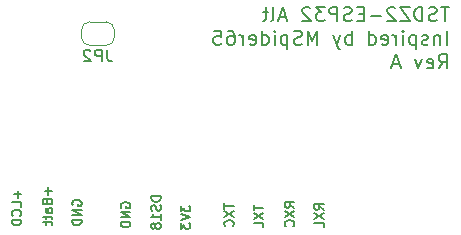
<source format=gbr>
%TF.GenerationSoftware,KiCad,Pcbnew,(5.1.9)-1*%
%TF.CreationDate,2021-05-08T20:51:41+01:00*%
%TF.ProjectId,TSDZ2-ESP32-Alt,5453445a-322d-4455-9350-33322d416c74,A*%
%TF.SameCoordinates,Original*%
%TF.FileFunction,Legend,Bot*%
%TF.FilePolarity,Positive*%
%FSLAX46Y46*%
G04 Gerber Fmt 4.6, Leading zero omitted, Abs format (unit mm)*
G04 Created by KiCad (PCBNEW (5.1.9)-1) date 2021-05-08 20:51:41*
%MOMM*%
%LPD*%
G01*
G04 APERTURE LIST*
%ADD10C,0.200000*%
%ADD11C,0.150000*%
%ADD12C,0.120000*%
G04 APERTURE END LIST*
D10*
X167898571Y-94792857D02*
X168298571Y-94221428D01*
X168584285Y-94792857D02*
X168584285Y-93592857D01*
X168127142Y-93592857D01*
X168012857Y-93650000D01*
X167955714Y-93707142D01*
X167898571Y-93821428D01*
X167898571Y-93992857D01*
X167955714Y-94107142D01*
X168012857Y-94164285D01*
X168127142Y-94221428D01*
X168584285Y-94221428D01*
X166927142Y-94735714D02*
X167041428Y-94792857D01*
X167270000Y-94792857D01*
X167384285Y-94735714D01*
X167441428Y-94621428D01*
X167441428Y-94164285D01*
X167384285Y-94050000D01*
X167270000Y-93992857D01*
X167041428Y-93992857D01*
X166927142Y-94050000D01*
X166870000Y-94164285D01*
X166870000Y-94278571D01*
X167441428Y-94392857D01*
X166470000Y-93992857D02*
X166184285Y-94792857D01*
X165898571Y-93992857D01*
X164584285Y-94450000D02*
X164012857Y-94450000D01*
X164698571Y-94792857D02*
X164298571Y-93592857D01*
X163898571Y-94792857D01*
X168584285Y-92792857D02*
X168584285Y-91592857D01*
X168012857Y-91992857D02*
X168012857Y-92792857D01*
X168012857Y-92107142D02*
X167955714Y-92050000D01*
X167841428Y-91992857D01*
X167670000Y-91992857D01*
X167555714Y-92050000D01*
X167498571Y-92164285D01*
X167498571Y-92792857D01*
X166984285Y-92735714D02*
X166870000Y-92792857D01*
X166641428Y-92792857D01*
X166527142Y-92735714D01*
X166470000Y-92621428D01*
X166470000Y-92564285D01*
X166527142Y-92450000D01*
X166641428Y-92392857D01*
X166812857Y-92392857D01*
X166927142Y-92335714D01*
X166984285Y-92221428D01*
X166984285Y-92164285D01*
X166927142Y-92050000D01*
X166812857Y-91992857D01*
X166641428Y-91992857D01*
X166527142Y-92050000D01*
X165955714Y-91992857D02*
X165955714Y-93192857D01*
X165955714Y-92050000D02*
X165841428Y-91992857D01*
X165612857Y-91992857D01*
X165498571Y-92050000D01*
X165441428Y-92107142D01*
X165384285Y-92221428D01*
X165384285Y-92564285D01*
X165441428Y-92678571D01*
X165498571Y-92735714D01*
X165612857Y-92792857D01*
X165841428Y-92792857D01*
X165955714Y-92735714D01*
X164870000Y-92792857D02*
X164870000Y-91992857D01*
X164870000Y-91592857D02*
X164927142Y-91650000D01*
X164870000Y-91707142D01*
X164812857Y-91650000D01*
X164870000Y-91592857D01*
X164870000Y-91707142D01*
X164298571Y-92792857D02*
X164298571Y-91992857D01*
X164298571Y-92221428D02*
X164241428Y-92107142D01*
X164184285Y-92050000D01*
X164070000Y-91992857D01*
X163955714Y-91992857D01*
X163098571Y-92735714D02*
X163212857Y-92792857D01*
X163441428Y-92792857D01*
X163555714Y-92735714D01*
X163612857Y-92621428D01*
X163612857Y-92164285D01*
X163555714Y-92050000D01*
X163441428Y-91992857D01*
X163212857Y-91992857D01*
X163098571Y-92050000D01*
X163041428Y-92164285D01*
X163041428Y-92278571D01*
X163612857Y-92392857D01*
X162012857Y-92792857D02*
X162012857Y-91592857D01*
X162012857Y-92735714D02*
X162127142Y-92792857D01*
X162355714Y-92792857D01*
X162470000Y-92735714D01*
X162527142Y-92678571D01*
X162584285Y-92564285D01*
X162584285Y-92221428D01*
X162527142Y-92107142D01*
X162470000Y-92050000D01*
X162355714Y-91992857D01*
X162127142Y-91992857D01*
X162012857Y-92050000D01*
X160527142Y-92792857D02*
X160527142Y-91592857D01*
X160527142Y-92050000D02*
X160412857Y-91992857D01*
X160184285Y-91992857D01*
X160070000Y-92050000D01*
X160012857Y-92107142D01*
X159955714Y-92221428D01*
X159955714Y-92564285D01*
X160012857Y-92678571D01*
X160070000Y-92735714D01*
X160184285Y-92792857D01*
X160412857Y-92792857D01*
X160527142Y-92735714D01*
X159555714Y-91992857D02*
X159270000Y-92792857D01*
X158984285Y-91992857D02*
X159270000Y-92792857D01*
X159384285Y-93078571D01*
X159441428Y-93135714D01*
X159555714Y-93192857D01*
X157612857Y-92792857D02*
X157612857Y-91592857D01*
X157212857Y-92450000D01*
X156812857Y-91592857D01*
X156812857Y-92792857D01*
X156298571Y-92735714D02*
X156127142Y-92792857D01*
X155841428Y-92792857D01*
X155727142Y-92735714D01*
X155670000Y-92678571D01*
X155612857Y-92564285D01*
X155612857Y-92450000D01*
X155670000Y-92335714D01*
X155727142Y-92278571D01*
X155841428Y-92221428D01*
X156070000Y-92164285D01*
X156184285Y-92107142D01*
X156241428Y-92050000D01*
X156298571Y-91935714D01*
X156298571Y-91821428D01*
X156241428Y-91707142D01*
X156184285Y-91650000D01*
X156070000Y-91592857D01*
X155784285Y-91592857D01*
X155612857Y-91650000D01*
X155098571Y-91992857D02*
X155098571Y-93192857D01*
X155098571Y-92050000D02*
X154984285Y-91992857D01*
X154755714Y-91992857D01*
X154641428Y-92050000D01*
X154584285Y-92107142D01*
X154527142Y-92221428D01*
X154527142Y-92564285D01*
X154584285Y-92678571D01*
X154641428Y-92735714D01*
X154755714Y-92792857D01*
X154984285Y-92792857D01*
X155098571Y-92735714D01*
X154012857Y-92792857D02*
X154012857Y-91992857D01*
X154012857Y-91592857D02*
X154070000Y-91650000D01*
X154012857Y-91707142D01*
X153955714Y-91650000D01*
X154012857Y-91592857D01*
X154012857Y-91707142D01*
X152927142Y-92792857D02*
X152927142Y-91592857D01*
X152927142Y-92735714D02*
X153041428Y-92792857D01*
X153270000Y-92792857D01*
X153384285Y-92735714D01*
X153441428Y-92678571D01*
X153498571Y-92564285D01*
X153498571Y-92221428D01*
X153441428Y-92107142D01*
X153384285Y-92050000D01*
X153270000Y-91992857D01*
X153041428Y-91992857D01*
X152927142Y-92050000D01*
X151898571Y-92735714D02*
X152012857Y-92792857D01*
X152241428Y-92792857D01*
X152355714Y-92735714D01*
X152412857Y-92621428D01*
X152412857Y-92164285D01*
X152355714Y-92050000D01*
X152241428Y-91992857D01*
X152012857Y-91992857D01*
X151898571Y-92050000D01*
X151841428Y-92164285D01*
X151841428Y-92278571D01*
X152412857Y-92392857D01*
X151327142Y-92792857D02*
X151327142Y-91992857D01*
X151327142Y-92221428D02*
X151270000Y-92107142D01*
X151212857Y-92050000D01*
X151098571Y-91992857D01*
X150984285Y-91992857D01*
X150070000Y-91592857D02*
X150298571Y-91592857D01*
X150412857Y-91650000D01*
X150470000Y-91707142D01*
X150584285Y-91878571D01*
X150641428Y-92107142D01*
X150641428Y-92564285D01*
X150584285Y-92678571D01*
X150527142Y-92735714D01*
X150412857Y-92792857D01*
X150184285Y-92792857D01*
X150070000Y-92735714D01*
X150012857Y-92678571D01*
X149955714Y-92564285D01*
X149955714Y-92278571D01*
X150012857Y-92164285D01*
X150070000Y-92107142D01*
X150184285Y-92050000D01*
X150412857Y-92050000D01*
X150527142Y-92107142D01*
X150584285Y-92164285D01*
X150641428Y-92278571D01*
X148870000Y-91592857D02*
X149441428Y-91592857D01*
X149498571Y-92164285D01*
X149441428Y-92107142D01*
X149327142Y-92050000D01*
X149041428Y-92050000D01*
X148927142Y-92107142D01*
X148870000Y-92164285D01*
X148812857Y-92278571D01*
X148812857Y-92564285D01*
X148870000Y-92678571D01*
X148927142Y-92735714D01*
X149041428Y-92792857D01*
X149327142Y-92792857D01*
X149441428Y-92735714D01*
X149498571Y-92678571D01*
X168755714Y-89592857D02*
X168070000Y-89592857D01*
X168412857Y-90792857D02*
X168412857Y-89592857D01*
X167727142Y-90735714D02*
X167555714Y-90792857D01*
X167270000Y-90792857D01*
X167155714Y-90735714D01*
X167098571Y-90678571D01*
X167041428Y-90564285D01*
X167041428Y-90450000D01*
X167098571Y-90335714D01*
X167155714Y-90278571D01*
X167270000Y-90221428D01*
X167498571Y-90164285D01*
X167612857Y-90107142D01*
X167670000Y-90050000D01*
X167727142Y-89935714D01*
X167727142Y-89821428D01*
X167670000Y-89707142D01*
X167612857Y-89650000D01*
X167498571Y-89592857D01*
X167212857Y-89592857D01*
X167041428Y-89650000D01*
X166527142Y-90792857D02*
X166527142Y-89592857D01*
X166241428Y-89592857D01*
X166070000Y-89650000D01*
X165955714Y-89764285D01*
X165898571Y-89878571D01*
X165841428Y-90107142D01*
X165841428Y-90278571D01*
X165898571Y-90507142D01*
X165955714Y-90621428D01*
X166070000Y-90735714D01*
X166241428Y-90792857D01*
X166527142Y-90792857D01*
X165441428Y-89592857D02*
X164641428Y-89592857D01*
X165441428Y-90792857D01*
X164641428Y-90792857D01*
X164241428Y-89707142D02*
X164184285Y-89650000D01*
X164070000Y-89592857D01*
X163784285Y-89592857D01*
X163670000Y-89650000D01*
X163612857Y-89707142D01*
X163555714Y-89821428D01*
X163555714Y-89935714D01*
X163612857Y-90107142D01*
X164298571Y-90792857D01*
X163555714Y-90792857D01*
X163041428Y-90335714D02*
X162127142Y-90335714D01*
X161555714Y-90164285D02*
X161155714Y-90164285D01*
X160984285Y-90792857D02*
X161555714Y-90792857D01*
X161555714Y-89592857D01*
X160984285Y-89592857D01*
X160527142Y-90735714D02*
X160355714Y-90792857D01*
X160070000Y-90792857D01*
X159955714Y-90735714D01*
X159898571Y-90678571D01*
X159841428Y-90564285D01*
X159841428Y-90450000D01*
X159898571Y-90335714D01*
X159955714Y-90278571D01*
X160070000Y-90221428D01*
X160298571Y-90164285D01*
X160412857Y-90107142D01*
X160470000Y-90050000D01*
X160527142Y-89935714D01*
X160527142Y-89821428D01*
X160470000Y-89707142D01*
X160412857Y-89650000D01*
X160298571Y-89592857D01*
X160012857Y-89592857D01*
X159841428Y-89650000D01*
X159327142Y-90792857D02*
X159327142Y-89592857D01*
X158870000Y-89592857D01*
X158755714Y-89650000D01*
X158698571Y-89707142D01*
X158641428Y-89821428D01*
X158641428Y-89992857D01*
X158698571Y-90107142D01*
X158755714Y-90164285D01*
X158870000Y-90221428D01*
X159327142Y-90221428D01*
X158241428Y-89592857D02*
X157498571Y-89592857D01*
X157898571Y-90050000D01*
X157727142Y-90050000D01*
X157612857Y-90107142D01*
X157555714Y-90164285D01*
X157498571Y-90278571D01*
X157498571Y-90564285D01*
X157555714Y-90678571D01*
X157612857Y-90735714D01*
X157727142Y-90792857D01*
X158070000Y-90792857D01*
X158184285Y-90735714D01*
X158241428Y-90678571D01*
X157041428Y-89707142D02*
X156984285Y-89650000D01*
X156870000Y-89592857D01*
X156584285Y-89592857D01*
X156470000Y-89650000D01*
X156412857Y-89707142D01*
X156355714Y-89821428D01*
X156355714Y-89935714D01*
X156412857Y-90107142D01*
X157098571Y-90792857D01*
X156355714Y-90792857D01*
X154984285Y-90450000D02*
X154412857Y-90450000D01*
X155098571Y-90792857D02*
X154698571Y-89592857D01*
X154298571Y-90792857D01*
X153727142Y-90792857D02*
X153841428Y-90735714D01*
X153898571Y-90621428D01*
X153898571Y-89592857D01*
X153441428Y-89992857D02*
X152984285Y-89992857D01*
X153270000Y-89592857D02*
X153270000Y-90621428D01*
X153212857Y-90735714D01*
X153098571Y-90792857D01*
X152984285Y-90792857D01*
D11*
X158161904Y-106740595D02*
X157780952Y-106473928D01*
X158161904Y-106283452D02*
X157361904Y-106283452D01*
X157361904Y-106588214D01*
X157400000Y-106664404D01*
X157438095Y-106702500D01*
X157514285Y-106740595D01*
X157628571Y-106740595D01*
X157704761Y-106702500D01*
X157742857Y-106664404D01*
X157780952Y-106588214D01*
X157780952Y-106283452D01*
X157361904Y-107007261D02*
X158161904Y-107540595D01*
X157361904Y-107540595D02*
X158161904Y-107007261D01*
X158161904Y-108226309D02*
X158161904Y-107845357D01*
X157361904Y-107845357D01*
X155661904Y-106588214D02*
X155280952Y-106321547D01*
X155661904Y-106131071D02*
X154861904Y-106131071D01*
X154861904Y-106435833D01*
X154900000Y-106512023D01*
X154938095Y-106550119D01*
X155014285Y-106588214D01*
X155128571Y-106588214D01*
X155204761Y-106550119D01*
X155242857Y-106512023D01*
X155280952Y-106435833D01*
X155280952Y-106131071D01*
X154861904Y-106854880D02*
X155661904Y-107388214D01*
X154861904Y-107388214D02*
X155661904Y-106854880D01*
X155585714Y-108150119D02*
X155623809Y-108112023D01*
X155661904Y-107997738D01*
X155661904Y-107921547D01*
X155623809Y-107807261D01*
X155547619Y-107731071D01*
X155471428Y-107692976D01*
X155319047Y-107654880D01*
X155204761Y-107654880D01*
X155052380Y-107692976D01*
X154976190Y-107731071D01*
X154900000Y-107807261D01*
X154861904Y-107921547D01*
X154861904Y-107997738D01*
X154900000Y-108112023D01*
X154938095Y-108150119D01*
X152261904Y-106359642D02*
X152261904Y-106816785D01*
X153061904Y-106588214D02*
X152261904Y-106588214D01*
X152261904Y-107007261D02*
X153061904Y-107540595D01*
X152261904Y-107540595D02*
X153061904Y-107007261D01*
X153061904Y-108226309D02*
X153061904Y-107845357D01*
X152261904Y-107845357D01*
X149761904Y-106207261D02*
X149761904Y-106664404D01*
X150561904Y-106435833D02*
X149761904Y-106435833D01*
X149761904Y-106854880D02*
X150561904Y-107388214D01*
X149761904Y-107388214D02*
X150561904Y-106854880D01*
X150485714Y-108150119D02*
X150523809Y-108112023D01*
X150561904Y-107997738D01*
X150561904Y-107921547D01*
X150523809Y-107807261D01*
X150447619Y-107731071D01*
X150371428Y-107692976D01*
X150219047Y-107654880D01*
X150104761Y-107654880D01*
X149952380Y-107692976D01*
X149876190Y-107731071D01*
X149800000Y-107807261D01*
X149761904Y-107921547D01*
X149761904Y-107997738D01*
X149800000Y-108112023D01*
X149838095Y-108150119D01*
X146061904Y-106407261D02*
X146061904Y-106902500D01*
X146366666Y-106635833D01*
X146366666Y-106750119D01*
X146404761Y-106826309D01*
X146442857Y-106864404D01*
X146519047Y-106902500D01*
X146709523Y-106902500D01*
X146785714Y-106864404D01*
X146823809Y-106826309D01*
X146861904Y-106750119D01*
X146861904Y-106521547D01*
X146823809Y-106445357D01*
X146785714Y-106407261D01*
X146061904Y-107131071D02*
X146861904Y-107397738D01*
X146061904Y-107664404D01*
X146061904Y-107854880D02*
X146061904Y-108350119D01*
X146366666Y-108083452D01*
X146366666Y-108197738D01*
X146404761Y-108273928D01*
X146442857Y-108312023D01*
X146519047Y-108350119D01*
X146709523Y-108350119D01*
X146785714Y-108312023D01*
X146823809Y-108273928D01*
X146861904Y-108197738D01*
X146861904Y-107969166D01*
X146823809Y-107892976D01*
X146785714Y-107854880D01*
X144361904Y-105607261D02*
X143561904Y-105607261D01*
X143561904Y-105797738D01*
X143600000Y-105912023D01*
X143676190Y-105988214D01*
X143752380Y-106026309D01*
X143904761Y-106064404D01*
X144019047Y-106064404D01*
X144171428Y-106026309D01*
X144247619Y-105988214D01*
X144323809Y-105912023D01*
X144361904Y-105797738D01*
X144361904Y-105607261D01*
X144323809Y-106369166D02*
X144361904Y-106483452D01*
X144361904Y-106673928D01*
X144323809Y-106750119D01*
X144285714Y-106788214D01*
X144209523Y-106826309D01*
X144133333Y-106826309D01*
X144057142Y-106788214D01*
X144019047Y-106750119D01*
X143980952Y-106673928D01*
X143942857Y-106521547D01*
X143904761Y-106445357D01*
X143866666Y-106407261D01*
X143790476Y-106369166D01*
X143714285Y-106369166D01*
X143638095Y-106407261D01*
X143600000Y-106445357D01*
X143561904Y-106521547D01*
X143561904Y-106712023D01*
X143600000Y-106826309D01*
X144361904Y-107588214D02*
X144361904Y-107131071D01*
X144361904Y-107359642D02*
X143561904Y-107359642D01*
X143676190Y-107283452D01*
X143752380Y-107207261D01*
X143790476Y-107131071D01*
X143904761Y-108045357D02*
X143866666Y-107969166D01*
X143828571Y-107931071D01*
X143752380Y-107892976D01*
X143714285Y-107892976D01*
X143638095Y-107931071D01*
X143600000Y-107969166D01*
X143561904Y-108045357D01*
X143561904Y-108197738D01*
X143600000Y-108273928D01*
X143638095Y-108312023D01*
X143714285Y-108350119D01*
X143752380Y-108350119D01*
X143828571Y-108312023D01*
X143866666Y-108273928D01*
X143904761Y-108197738D01*
X143904761Y-108045357D01*
X143942857Y-107969166D01*
X143980952Y-107931071D01*
X144057142Y-107892976D01*
X144209523Y-107892976D01*
X144285714Y-107931071D01*
X144323809Y-107969166D01*
X144361904Y-108045357D01*
X144361904Y-108197738D01*
X144323809Y-108273928D01*
X144285714Y-108312023D01*
X144209523Y-108350119D01*
X144057142Y-108350119D01*
X143980952Y-108312023D01*
X143942857Y-108273928D01*
X143904761Y-108197738D01*
X141000000Y-106573928D02*
X140961904Y-106497738D01*
X140961904Y-106383452D01*
X141000000Y-106269166D01*
X141076190Y-106192976D01*
X141152380Y-106154880D01*
X141304761Y-106116785D01*
X141419047Y-106116785D01*
X141571428Y-106154880D01*
X141647619Y-106192976D01*
X141723809Y-106269166D01*
X141761904Y-106383452D01*
X141761904Y-106459642D01*
X141723809Y-106573928D01*
X141685714Y-106612023D01*
X141419047Y-106612023D01*
X141419047Y-106459642D01*
X141761904Y-106954880D02*
X140961904Y-106954880D01*
X141761904Y-107412023D01*
X140961904Y-107412023D01*
X141761904Y-107792976D02*
X140961904Y-107792976D01*
X140961904Y-107983452D01*
X141000000Y-108097738D01*
X141076190Y-108173928D01*
X141152380Y-108212023D01*
X141304761Y-108250119D01*
X141419047Y-108250119D01*
X141571428Y-108212023D01*
X141647619Y-108173928D01*
X141723809Y-108097738D01*
X141761904Y-107983452D01*
X141761904Y-107792976D01*
X136900000Y-106373928D02*
X136861904Y-106297738D01*
X136861904Y-106183452D01*
X136900000Y-106069166D01*
X136976190Y-105992976D01*
X137052380Y-105954880D01*
X137204761Y-105916785D01*
X137319047Y-105916785D01*
X137471428Y-105954880D01*
X137547619Y-105992976D01*
X137623809Y-106069166D01*
X137661904Y-106183452D01*
X137661904Y-106259642D01*
X137623809Y-106373928D01*
X137585714Y-106412023D01*
X137319047Y-106412023D01*
X137319047Y-106259642D01*
X137661904Y-106754880D02*
X136861904Y-106754880D01*
X137661904Y-107212023D01*
X136861904Y-107212023D01*
X137661904Y-107592976D02*
X136861904Y-107592976D01*
X136861904Y-107783452D01*
X136900000Y-107897738D01*
X136976190Y-107973928D01*
X137052380Y-108012023D01*
X137204761Y-108050119D01*
X137319047Y-108050119D01*
X137471428Y-108012023D01*
X137547619Y-107973928D01*
X137623809Y-107897738D01*
X137661904Y-107783452D01*
X137661904Y-107592976D01*
X134857142Y-104864404D02*
X134857142Y-105473928D01*
X135161904Y-105169166D02*
X134552380Y-105169166D01*
X134742857Y-106121547D02*
X134780952Y-106235833D01*
X134819047Y-106273928D01*
X134895238Y-106312023D01*
X135009523Y-106312023D01*
X135085714Y-106273928D01*
X135123809Y-106235833D01*
X135161904Y-106159642D01*
X135161904Y-105854880D01*
X134361904Y-105854880D01*
X134361904Y-106121547D01*
X134400000Y-106197738D01*
X134438095Y-106235833D01*
X134514285Y-106273928D01*
X134590476Y-106273928D01*
X134666666Y-106235833D01*
X134704761Y-106197738D01*
X134742857Y-106121547D01*
X134742857Y-105854880D01*
X135161904Y-106997738D02*
X134742857Y-106997738D01*
X134666666Y-106959642D01*
X134628571Y-106883452D01*
X134628571Y-106731071D01*
X134666666Y-106654880D01*
X135123809Y-106997738D02*
X135161904Y-106921547D01*
X135161904Y-106731071D01*
X135123809Y-106654880D01*
X135047619Y-106616785D01*
X134971428Y-106616785D01*
X134895238Y-106654880D01*
X134857142Y-106731071D01*
X134857142Y-106921547D01*
X134819047Y-106997738D01*
X134628571Y-107264404D02*
X134628571Y-107569166D01*
X134361904Y-107378690D02*
X135047619Y-107378690D01*
X135123809Y-107416785D01*
X135161904Y-107492976D01*
X135161904Y-107569166D01*
X134628571Y-107721547D02*
X134628571Y-108026309D01*
X134361904Y-107835833D02*
X135047619Y-107835833D01*
X135123809Y-107873928D01*
X135161904Y-107950119D01*
X135161904Y-108026309D01*
X132257142Y-105154880D02*
X132257142Y-105764404D01*
X132561904Y-105459642D02*
X131952380Y-105459642D01*
X132561904Y-106526309D02*
X132561904Y-106145357D01*
X131761904Y-106145357D01*
X132485714Y-107250119D02*
X132523809Y-107212023D01*
X132561904Y-107097738D01*
X132561904Y-107021547D01*
X132523809Y-106907261D01*
X132447619Y-106831071D01*
X132371428Y-106792976D01*
X132219047Y-106754880D01*
X132104761Y-106754880D01*
X131952380Y-106792976D01*
X131876190Y-106831071D01*
X131800000Y-106907261D01*
X131761904Y-107021547D01*
X131761904Y-107097738D01*
X131800000Y-107212023D01*
X131838095Y-107250119D01*
X132561904Y-107592976D02*
X131761904Y-107592976D01*
X131761904Y-107783452D01*
X131800000Y-107897738D01*
X131876190Y-107973928D01*
X131952380Y-108012023D01*
X132104761Y-108050119D01*
X132219047Y-108050119D01*
X132371428Y-108012023D01*
X132447619Y-107973928D01*
X132523809Y-107897738D01*
X132561904Y-107783452D01*
X132561904Y-107592976D01*
D12*
%TO.C,JP2*%
X138350000Y-92850000D02*
X139750000Y-92850000D01*
X140450000Y-92150000D02*
X140450000Y-91550000D01*
X139750000Y-90850000D02*
X138350000Y-90850000D01*
X137650000Y-91550000D02*
X137650000Y-92150000D01*
X137650000Y-92150000D02*
G75*
G03*
X138350000Y-92850000I700000J0D01*
G01*
X138350000Y-90850000D02*
G75*
G03*
X137650000Y-91550000I0J-700000D01*
G01*
X140450000Y-91550000D02*
G75*
G03*
X139750000Y-90850000I-700000J0D01*
G01*
X139750000Y-92850000D02*
G75*
G03*
X140450000Y-92150000I0J700000D01*
G01*
D11*
X139833333Y-93202380D02*
X139833333Y-93916666D01*
X139880952Y-94059523D01*
X139976190Y-94154761D01*
X140119047Y-94202380D01*
X140214285Y-94202380D01*
X139357142Y-94202380D02*
X139357142Y-93202380D01*
X138976190Y-93202380D01*
X138880952Y-93250000D01*
X138833333Y-93297619D01*
X138785714Y-93392857D01*
X138785714Y-93535714D01*
X138833333Y-93630952D01*
X138880952Y-93678571D01*
X138976190Y-93726190D01*
X139357142Y-93726190D01*
X138404761Y-93297619D02*
X138357142Y-93250000D01*
X138261904Y-93202380D01*
X138023809Y-93202380D01*
X137928571Y-93250000D01*
X137880952Y-93297619D01*
X137833333Y-93392857D01*
X137833333Y-93488095D01*
X137880952Y-93630952D01*
X138452380Y-94202380D01*
X137833333Y-94202380D01*
%TD*%
M02*

</source>
